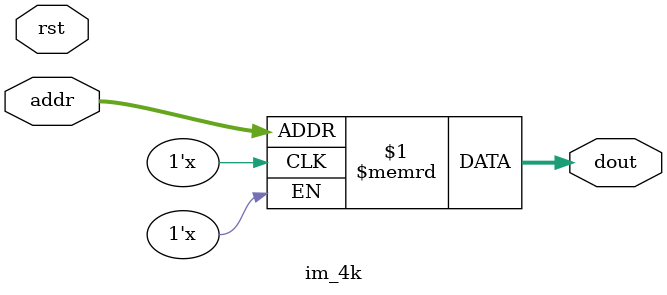
<source format=v>
`timescale 1ns / 1ps


module im_4k( rst, addr, dout );
    input rst;
    input [11:2] addr;
    output [31:0] dout;
        
    reg [31:0] imem[1023:0];
    
    /*always @(posedge rst)
    if(rst)
    begin
        imem[0]=32'h00000026;
    imem[1]=32'h24021234;
    imem[2]=32'h30433456;
    imem[3]=32'h00432021;
    imem[4]=32'h00622823;
    imem[5]=32'hac020000;
    imem[6]=32'hac030004;
    imem[7]=32'hac040008;
    imem[8]=32'hac050010;
    imem[9]=32'h341d000c;
    imem[10]=32'h38416543;
    imem[11]=32'h00230824;
    imem[12]=32'h00240825;
    imem[13]=32'hac01000c;
    imem[14]=32'h8c050000;
    imem[15]=32'h10450001;
    imem[16]=32'h8c030004;
    imem[17]=32'h8c050004;
    imem[18]=32'h1465fffd;
    imem[19]=32'h0c000c15;
    imem[20]=32'hac02000c;
    imem[21]=32'h00a23023;
    imem[22]=32'hafa6fffc;
    imem[23]=32'h08000c19;
    imem[24]=32'hac02000c;
    imem[25]=32'h1464ffff;
    end
    */
    assign dout = imem[addr];
endmodule

</source>
